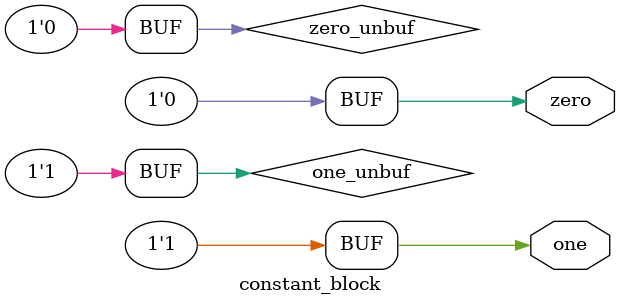
<source format=v>

`default_nettype none
/* 
 *---------------------------------------------------------------------
 * A simple module that generates buffered high and low outputs
 * in the 1.8V domain.
 *---------------------------------------------------------------------
 */

module constant_block (
    `ifdef USE_POWER_PINS
         inout vccd,
         inout vssd,
    `endif

    output	 one,
    output	 zero
);

    wire	one_unbuf;
    wire	zero_unbuf;

    assign zero_unbuf = 1'b0;
    assign one_unbuf = 1'b1;

    /* Buffer the constant outputs (could be synthesized) */
    /* NOTE:  Constant cell HI, LO outputs are connected to power	*/
    /* rails through an approximately 120 ohm resistor, which is not	*/
    /* enough to drive inputs in the I/O cells while ensuring ESD	*/
    /* requirements, without buffering.					*/

    assign one = one_unbuf;
    assign zero = zero_unbuf;


endmodule
`default_nettype wire

</source>
